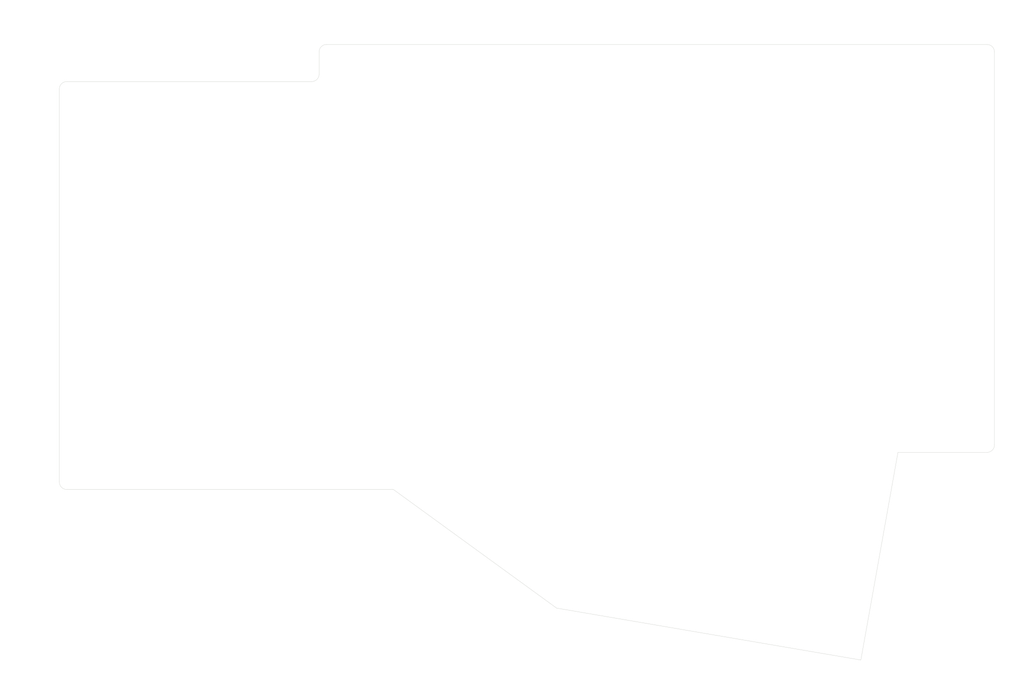
<source format=kicad_pcb>
(kicad_pcb (version 20171130) (host pcbnew "(5.1.0)-1")

  (general
    (thickness 1.6)
    (drawings 16)
    (tracks 0)
    (zones 0)
    (modules 5)
    (nets 2)
  )

  (page A4)
  (layers
    (0 F.Cu signal)
    (31 B.Cu signal)
    (32 B.Adhes user)
    (33 F.Adhes user)
    (34 B.Paste user)
    (35 F.Paste user)
    (36 B.SilkS user)
    (37 F.SilkS user)
    (38 B.Mask user)
    (39 F.Mask user)
    (40 Dwgs.User user)
    (41 Cmts.User user)
    (42 Eco1.User user)
    (43 Eco2.User user)
    (44 Edge.Cuts user)
    (45 Margin user)
    (46 B.CrtYd user)
    (47 F.CrtYd user)
    (48 B.Fab user)
    (49 F.Fab user)
  )

  (setup
    (last_trace_width 0.25)
    (user_trace_width 0.5)
    (trace_clearance 0.2)
    (zone_clearance 0.508)
    (zone_45_only no)
    (trace_min 0.2)
    (via_size 0.8)
    (via_drill 0.4)
    (via_min_size 0.4)
    (via_min_drill 0.3)
    (uvia_size 0.3)
    (uvia_drill 0.1)
    (uvias_allowed no)
    (uvia_min_size 0.2)
    (uvia_min_drill 0.1)
    (edge_width 0.05)
    (segment_width 0.2)
    (pcb_text_width 0.3)
    (pcb_text_size 1.5 1.5)
    (mod_edge_width 0.12)
    (mod_text_size 1 1)
    (mod_text_width 0.15)
    (pad_size 1.524 1.524)
    (pad_drill 0.762)
    (pad_to_mask_clearance 0.051)
    (solder_mask_min_width 0.25)
    (aux_axis_origin 0 0)
    (visible_elements 7FFFFFFF)
    (pcbplotparams
      (layerselection 0x010f0_ffffffff)
      (usegerberextensions false)
      (usegerberattributes false)
      (usegerberadvancedattributes false)
      (creategerberjobfile false)
      (excludeedgelayer true)
      (linewidth 0.100000)
      (plotframeref false)
      (viasonmask false)
      (mode 1)
      (useauxorigin false)
      (hpglpennumber 1)
      (hpglpenspeed 20)
      (hpglpendiameter 15.000000)
      (psnegative false)
      (psa4output false)
      (plotreference true)
      (plotvalue true)
      (plotinvisibletext false)
      (padsonsilk false)
      (subtractmaskfromsilk false)
      (outputformat 1)
      (mirror false)
      (drillshape 0)
      (scaleselection 1)
      (outputdirectory ""))
  )

  (net 0 "")
  (net 1 GND)

  (net_class Default "This is the default net class."
    (clearance 0.2)
    (trace_width 0.25)
    (via_dia 0.8)
    (via_drill 0.4)
    (uvia_dia 0.3)
    (uvia_drill 0.1)
  )

  (module MountingHole:MountingHole_2.2mm_M2 (layer F.Cu) (tedit 56D1B4CB) (tstamp 5CDC3364)
    (at 200.02584 138.11308)
    (descr "Mounting Hole 2.2mm, no annular, M2")
    (tags "mounting hole 2.2mm no annular m2")
    (attr virtual)
    (fp_text reference REF** (at 0 -3.2) (layer F.SilkS) hide
      (effects (font (size 1 1) (thickness 0.15)))
    )
    (fp_text value MountingHole_2.2mm_M2 (at 0 3.2) (layer F.Fab)
      (effects (font (size 1 1) (thickness 0.15)))
    )
    (fp_circle (center 0 0) (end 2.45 0) (layer F.CrtYd) (width 0.05))
    (fp_circle (center 0 0) (end 2.2 0) (layer Cmts.User) (width 0.15))
    (fp_text user %R (at 0.3 0) (layer F.Fab)
      (effects (font (size 1 1) (thickness 0.15)))
    )
    (pad 1 np_thru_hole circle (at 0 0) (size 2.2 2.2) (drill 2.2) (layers *.Cu *.Mask))
  )

  (module MountingHole:MountingHole_2.2mm_M2 (layer F.Cu) (tedit 56D1B4CB) (tstamp 5CDC3282)
    (at 180.97576 80.96284)
    (descr "Mounting Hole 2.2mm, no annular, M2")
    (tags "mounting hole 2.2mm no annular m2")
    (attr virtual)
    (fp_text reference REF** (at 0 -3.2) (layer F.SilkS) hide
      (effects (font (size 1 1) (thickness 0.15)))
    )
    (fp_text value MountingHole_2.2mm_M2 (at 0 3.2) (layer F.Fab)
      (effects (font (size 1 1) (thickness 0.15)))
    )
    (fp_circle (center 0 0) (end 2.45 0) (layer F.CrtYd) (width 0.05))
    (fp_circle (center 0 0) (end 2.2 0) (layer Cmts.User) (width 0.15))
    (fp_text user %R (at 0.3 0) (layer F.Fab)
      (effects (font (size 1 1) (thickness 0.15)))
    )
    (pad 1 np_thru_hole circle (at 0 0) (size 2.2 2.2) (drill 2.2) (layers *.Cu *.Mask))
  )

  (module MountingHole:MountingHole_2.2mm_M2 (layer F.Cu) (tedit 56D1B4CB) (tstamp 5CDC31E1)
    (at 142.8756 115.49111)
    (descr "Mounting Hole 2.2mm, no annular, M2")
    (tags "mounting hole 2.2mm no annular m2")
    (attr virtual)
    (fp_text reference REF** (at 0 -3.2) (layer F.SilkS) hide
      (effects (font (size 1 1) (thickness 0.15)))
    )
    (fp_text value MountingHole_2.2mm_M2 (at 0 3.2) (layer F.Fab)
      (effects (font (size 1 1) (thickness 0.15)))
    )
    (fp_circle (center 0 0) (end 2.45 0) (layer F.CrtYd) (width 0.05))
    (fp_circle (center 0 0) (end 2.2 0) (layer Cmts.User) (width 0.15))
    (fp_text user %R (at 0.3 0) (layer F.Fab)
      (effects (font (size 1 1) (thickness 0.15)))
    )
    (pad 1 np_thru_hole circle (at 0 0) (size 2.2 2.2) (drill 2.2) (layers *.Cu *.Mask))
  )

  (module MountingHole:MountingHole_2.2mm_M2 (layer F.Cu) (tedit 56D1B4CB) (tstamp 5CDC311F)
    (at 104.77544 121.875)
    (descr "Mounting Hole 2.2mm, no annular, M2")
    (tags "mounting hole 2.2mm no annular m2")
    (attr virtual)
    (fp_text reference REF** (at 0 -3.2) (layer F.SilkS) hide
      (effects (font (size 1 1) (thickness 0.15)))
    )
    (fp_text value MountingHole_2.2mm_M2 (at 0 3.2) (layer F.Fab)
      (effects (font (size 1 1) (thickness 0.15)))
    )
    (fp_circle (center 0 0) (end 2.45 0) (layer F.CrtYd) (width 0.05))
    (fp_circle (center 0 0) (end 2.2 0) (layer Cmts.User) (width 0.15))
    (fp_text user %R (at 0.3 0) (layer F.Fab)
      (effects (font (size 1 1) (thickness 0.15)))
    )
    (pad 1 np_thru_hole circle (at 0 0) (size 2.2 2.2) (drill 2.2) (layers *.Cu *.Mask))
  )

  (module MountingHole:MountingHole_2.2mm_M2 (layer F.Cu) (tedit 56D1B4CB) (tstamp 5CDC3089)
    (at 104.77544 102.825)
    (descr "Mounting Hole 2.2mm, no annular, M2")
    (tags "mounting hole 2.2mm no annular m2")
    (attr virtual)
    (fp_text reference REF** (at 0 -3.2) (layer F.SilkS) hide
      (effects (font (size 1 1) (thickness 0.15)))
    )
    (fp_text value MountingHole_2.2mm_M2 (at 0 3.2) (layer F.Fab)
      (effects (font (size 1 1) (thickness 0.15)))
    )
    (fp_circle (center 0 0) (end 2.45 0) (layer F.CrtYd) (width 0.05))
    (fp_circle (center 0 0) (end 2.2 0) (layer Cmts.User) (width 0.15))
    (fp_text user %R (at 0.3 0) (layer F.Fab)
      (effects (font (size 1 1) (thickness 0.15)))
    )
    (pad 1 np_thru_hole circle (at 0 0) (size 2.2 2.2) (drill 2.2) (layers *.Cu *.Mask))
  )

  (gr_line (start 79.77221 80.96284) (end 79.77221 144.06623) (layer Edge.Cuts) (width 0.05) (tstamp 5CD16A3E))
  (gr_line (start 120.25363 79.77221) (end 80.96284 79.77221) (layer Edge.Cuts) (width 0.05) (tstamp 5CD16A3D))
  (gr_line (start 121.44426 75.00969) (end 121.44426 78.58158) (layer Edge.Cuts) (width 0.05) (tstamp 5CD16A35))
  (gr_arc (start 120.25363 78.58158) (end 120.25363 79.77221) (angle -90) (layer Edge.Cuts) (width 0.05))
  (gr_arc (start 122.63489 75.00969) (end 122.63489 73.81906) (angle -90) (layer Edge.Cuts) (width 0.05))
  (gr_line (start 228.60096 73.81906) (end 122.63489 73.81906) (layer Edge.Cuts) (width 0.05))
  (gr_line (start 229.79159 75.00969) (end 229.79159 138.11308) (layer Edge.Cuts) (width 0.05) (tstamp 5CD16A2A))
  (gr_arc (start 228.60096 75.00969) (end 229.79159 75.00969) (angle -90) (layer Edge.Cuts) (width 0.05))
  (gr_line (start 214.3134 139.30371) (end 228.60096 139.30371) (layer Edge.Cuts) (width 0.05) (tstamp 5CD16A27))
  (gr_arc (start 228.60096 138.11308) (end 228.60096 139.30371) (angle -90) (layer Edge.Cuts) (width 0.05))
  (gr_arc (start 80.96284 144.06623) (end 79.77221 144.06623) (angle -90) (layer Edge.Cuts) (width 0.05))
  (gr_arc (start 80.96284 80.96284) (end 80.96284 79.77221) (angle -90) (layer Edge.Cuts) (width 0.05))
  (gr_line (start 208.36025 172.64135) (end 214.3134 139.30371) (layer Edge.Cuts) (width 0.05))
  (gr_line (start 159.54442 164.30694) (end 208.36025 172.64135) (layer Edge.Cuts) (width 0.05))
  (gr_line (start 133.35056 145.25686) (end 159.54442 164.30694) (layer Edge.Cuts) (width 0.05))
  (gr_line (start 80.96284 145.25686) (end 133.35056 145.25686) (layer Edge.Cuts) (width 0.05))

  (zone (net 1) (net_name GND) (layer F.Cu) (tstamp 5CDC44C8) (hatch edge 0.508)
    (connect_pads (clearance 0.508))
    (min_thickness 0.254)
    (fill yes (arc_segments 32) (thermal_gap 0.508) (thermal_bridge_width 0.508))
    (polygon
      (pts
        (xy 234.55411 66.67528) (xy 70.24717 66.67528) (xy 70.24717 178.5945) (xy 234.55411 178.5945)
      )
    )
  )
  (zone (net 1) (net_name GND) (layer B.Cu) (tstamp 5CDC44C5) (hatch edge 0.508)
    (connect_pads (clearance 0.508))
    (min_thickness 0.254)
    (fill yes (arc_segments 32) (thermal_gap 0.508) (thermal_bridge_width 0.508))
    (polygon
      (pts
        (xy 234.55411 66.67528) (xy 70.24717 66.67528) (xy 70.24717 178.5945) (xy 234.55411 178.5945)
      )
    )
  )
)

</source>
